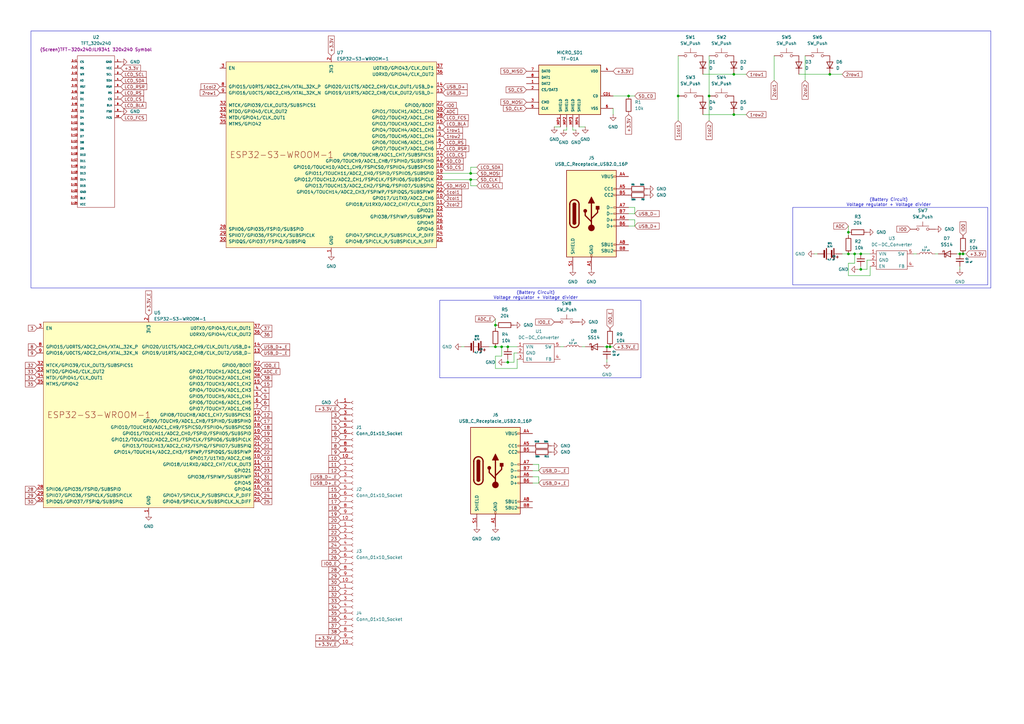
<source format=kicad_sch>
(kicad_sch (version 20231120) (generator "eeschema") (generator_version "8.0")
  (paper "A3")
  (junction (at 300.99 30.48))
  (junction (at 193.04 73.66))
  (junction (at 394.97 104.14))
  (junction (at 290.83 39.37))
  (junction (at 208.28 142.24))
  (junction (at 203.2 133.35))
  (junction (at 193.04 71.12))
  (junction (at 203.2 142.24))
  (junction (at 257.81 39.37))
  (junction (at 347.98 95.25))
  (junction (at 353.06 104.14))
  (junction (at 250.19 142.24))
  (junction (at 340.36 30.48))
  (junction (at 353.06 110.49))
  (junction (at 205.74 142.24))
  (junction (at 393.7 104.14))
  (junction (at 208.28 148.59))
  (junction (at 278.13 39.37))
  (junction (at 300.99 46.99))
  (junction (at 350.52 104.14))
  (junction (at 248.92 142.24))
  (junction (at 347.98 104.14))
  (wire (pts (xy 212.09 151.13) (xy 212.09 147.32)))
  (wire (pts (xy 260.35 90.17) (xy 260.35 92.71)))
  (wire (pts (xy 300.99 30.48) (xy 306.07 30.48)))
  (wire (pts (xy 203.2 151.13) (xy 212.09 151.13)))
  (wire (pts (xy 247.65 142.24) (xy 248.92 142.24)))
  (wire (pts (xy 250.19 142.24) (xy 248.92 142.24)))
  (wire (pts (xy 220.98 195.58) (xy 220.98 198.12)))
  (wire (pts (xy 257.81 39.37) (xy 251.46 39.37)))
  (wire (pts (xy 355.6 110.49) (xy 355.6 106.68)))
  (wire (pts (xy 396.24 104.14) (xy 394.97 104.14)))
  (wire (pts (xy 203.2 146.05) (xy 203.2 151.13)))
  (wire (pts (xy 347.98 95.25) (xy 347.98 96.52)))
  (wire (pts (xy 353.06 104.14) (xy 356.87 104.14)))
  (wire (pts (xy 227.33 52.07) (xy 229.87 52.07)))
  (wire (pts (xy 203.2 133.35) (xy 203.2 134.62)))
  (wire (pts (xy 218.44 193.04) (xy 220.98 193.04)))
  (wire (pts (xy 200.66 142.24) (xy 203.2 142.24)))
  (wire (pts (xy 234.95 53.34) (xy 236.22 53.34)))
  (wire (pts (xy 207.01 148.59) (xy 208.28 148.59)))
  (wire (pts (xy 193.04 76.2) (xy 193.04 73.66)))
  (wire (pts (xy 208.28 142.24) (xy 212.09 142.24)))
  (wire (pts (xy 350.52 104.14) (xy 350.52 107.95)))
  (wire (pts (xy 195.58 71.12) (xy 193.04 71.12)))
  (wire (pts (xy 205.74 146.05) (xy 203.2 146.05)))
  (wire (pts (xy 220.98 198.12) (xy 218.44 198.12)))
  (wire (pts (xy 330.2 33.02) (xy 330.2 22.86)))
  (wire (pts (xy 278.13 22.86) (xy 278.13 39.37)))
  (wire (pts (xy 193.04 73.66) (xy 195.58 73.66)))
  (wire (pts (xy 231.14 53.34) (xy 232.41 53.34)))
  (wire (pts (xy 238.76 142.24) (xy 240.03 142.24)))
  (wire (pts (xy 193.04 71.12) (xy 181.61 71.12)))
  (wire (pts (xy 203.2 142.24) (xy 205.74 142.24)))
  (wire (pts (xy 260.35 87.63) (xy 260.35 85.09)))
  (wire (pts (xy 278.13 49.53) (xy 278.13 39.37)))
  (wire (pts (xy 210.82 148.59) (xy 210.82 144.78)))
  (wire (pts (xy 374.65 104.14) (xy 375.92 104.14)))
  (wire (pts (xy 290.83 49.53) (xy 290.83 39.37)))
  (wire (pts (xy 347.98 113.03) (xy 356.87 113.03)))
  (wire (pts (xy 290.83 22.86) (xy 290.83 39.37)))
  (wire (pts (xy 220.98 190.5) (xy 218.44 190.5)))
  (wire (pts (xy 193.04 73.66) (xy 181.61 73.66)))
  (wire (pts (xy 229.87 142.24) (xy 231.14 142.24)))
  (wire (pts (xy 327.66 30.48) (xy 340.36 30.48)))
  (wire (pts (xy 345.44 104.14) (xy 347.98 104.14)))
  (wire (pts (xy 210.82 144.78) (xy 212.09 144.78)))
  (wire (pts (xy 193.04 71.12) (xy 193.04 68.58)))
  (wire (pts (xy 351.79 110.49) (xy 353.06 110.49)))
  (wire (pts (xy 234.95 52.07) (xy 234.95 53.34)))
  (wire (pts (xy 251.46 46.99) (xy 251.46 44.45)))
  (wire (pts (xy 355.6 106.68) (xy 356.87 106.68)))
  (wire (pts (xy 393.7 110.49) (xy 393.7 109.22)))
  (wire (pts (xy 347.98 107.95) (xy 347.98 113.03)))
  (wire (pts (xy 394.97 104.14) (xy 393.7 104.14)))
  (wire (pts (xy 193.04 68.58) (xy 195.58 68.58)))
  (wire (pts (xy 353.06 110.49) (xy 355.6 110.49)))
  (wire (pts (xy 340.36 30.48) (xy 345.44 30.48)))
  (wire (pts (xy 350.52 104.14) (xy 353.06 104.14)))
  (wire (pts (xy 334.01 104.14) (xy 335.28 104.14)))
  (wire (pts (xy 260.35 39.37) (xy 257.81 39.37)))
  (wire (pts (xy 195.58 76.2) (xy 193.04 76.2)))
  (wire (pts (xy 383.54 104.14) (xy 384.81 104.14)))
  (wire (pts (xy 353.06 110.49) (xy 353.06 109.22)))
  (wire (pts (xy 218.44 195.58) (xy 220.98 195.58)))
  (wire (pts (xy 232.41 53.34) (xy 232.41 52.07)))
  (wire (pts (xy 203.2 130.81) (xy 203.2 133.35)))
  (wire (pts (xy 251.46 142.24) (xy 250.19 142.24)))
  (wire (pts (xy 356.87 113.03) (xy 356.87 109.22)))
  (wire (pts (xy 248.92 148.59) (xy 248.92 147.32)))
  (wire (pts (xy 189.23 142.24) (xy 190.5 142.24)))
  (wire (pts (xy 257.81 87.63) (xy 260.35 87.63)))
  (wire (pts (xy 288.29 46.99) (xy 300.99 46.99)))
  (wire (pts (xy 347.98 104.14) (xy 350.52 104.14)))
  (wire (pts (xy 208.28 148.59) (xy 210.82 148.59)))
  (wire (pts (xy 237.49 52.07) (xy 240.03 52.07)))
  (wire (pts (xy 317.5 33.02) (xy 317.5 22.86)))
  (wire (pts (xy 392.43 104.14) (xy 393.7 104.14)))
  (wire (pts (xy 260.35 92.71) (xy 257.81 92.71)))
  (wire (pts (xy 350.52 107.95) (xy 347.98 107.95)))
  (wire (pts (xy 288.29 30.48) (xy 300.99 30.48)))
  (wire (pts (xy 205.74 142.24) (xy 205.74 146.05)))
  (wire (pts (xy 205.74 142.24) (xy 208.28 142.24)))
  (wire (pts (xy 257.81 90.17) (xy 260.35 90.17)))
  (wire (pts (xy 347.98 92.71) (xy 347.98 95.25)))
  (wire (pts (xy 300.99 46.99) (xy 306.07 46.99)))
  (wire (pts (xy 220.98 193.04) (xy 220.98 190.5)))
  (wire (pts (xy 208.28 148.59) (xy 208.28 147.32)))
  (wire (pts (xy 260.35 85.09) (xy 257.81 85.09)))
  (rectangle (start 325.12 85.09) (end 405.13 116.84))
  (rectangle (start 180.34 123.19) (end 262.89 154.94))
  (rectangle (start 12.7 12.7) (end 406.4 118.11))
  (text "(Battery Circuit)\nVoltage regulator + Voltage divider" (at 219.71 121.158 0) (effects (font (size 1.27 1.27))))
  (text "(Battery Circuit)\nVoltage regulator + Voltage divider" (at 364.49 83.058 0) (effects (font (size 1.27 1.27))))
  (global_label "17" (shape input) (at 139.7 205.74 180) (property "Intersheetrefs" "${INTERSHEET_REFS}" (effects (hide yes))))
  (global_label "2col2" (shape input) (at 181.61 83.82 0) (property "Intersheetrefs" "${INTERSHEET_REFS}" (effects (hide yes))))
  (global_label "SD_CS" (shape input) (at 181.61 68.58 0) (property "Intersheetrefs" "${INTERSHEET_REFS}" (effects (hide yes))))
  (global_label "12" (shape input) (at 139.7 193.04 180) (property "Intersheetrefs" "${INTERSHEET_REFS}" (effects (hide yes))))
  (global_label "24" (shape input) (at 106.68 203.2 0) (property "Intersheetrefs" "${INTERSHEET_REFS}" (effects (hide yes))))
  (global_label "18" (shape input) (at 139.7 208.28 180) (property "Intersheetrefs" "${INTERSHEET_REFS}" (effects (hide yes))))
  (global_label "USB_D-_E" (shape input) (at 106.68 144.78 0) (property "Intersheetrefs" "${INTERSHEET_REFS}" (effects (hide yes))))
  (global_label "28" (shape input) (at 15.24 200.66 180) (property "Intersheetrefs" "${INTERSHEET_REFS}" (effects (hide yes))))
  (global_label "2col2" (shape input) (at 330.2 33.02 270) (property "Intersheetrefs" "${INTERSHEET_REFS}" (effects (hide yes))))
  (global_label "1col2" (shape input) (at 90.17 35.56 180) (property "Intersheetrefs" "${INTERSHEET_REFS}" (effects (hide yes))))
  (global_label "+3.3V" (shape input) (at 396.24 104.14 0) (property "Intersheetrefs" "${INTERSHEET_REFS}" (effects (hide yes))))
  (global_label "23" (shape input) (at 139.7 220.98 180) (property "Intersheetrefs" "${INTERSHEET_REFS}" (effects (hide yes))))
  (global_label "8" (shape input) (at 139.7 182.88 180) (property "Intersheetrefs" "${INTERSHEET_REFS}" (effects (hide yes))))
  (global_label "28" (shape input) (at 139.7 233.68 180) (property "Intersheetrefs" "${INTERSHEET_REFS}" (effects (hide yes))))
  (global_label "1col2" (shape input) (at 290.83 49.53 270) (property "Intersheetrefs" "${INTERSHEET_REFS}" (effects (hide yes))))
  (global_label "LCD_SDA" (shape input) (at 49.53 33.02 0) (property "Intersheetrefs" "${INTERSHEET_REFS}" (effects (hide yes))))
  (global_label "SD_CS" (shape input) (at 215.9 36.83 180) (property "Intersheetrefs" "${INTERSHEET_REFS}" (effects (hide yes))))
  (global_label "ADC_E" (shape input) (at 203.2 130.81 180) (property "Intersheetrefs" "${INTERSHEET_REFS}" (effects (hide yes))))
  (global_label "9" (shape input) (at 15.24 144.78 180) (property "Intersheetrefs" "${INTERSHEET_REFS}" (effects (hide yes))))
  (global_label "21" (shape input) (at 139.7 215.9 180) (property "Intersheetrefs" "${INTERSHEET_REFS}" (effects (hide yes))))
  (global_label "1col1" (shape input) (at 181.61 78.74 0) (property "Intersheetrefs" "${INTERSHEET_REFS}" (effects (hide yes))))
  (global_label "20" (shape input) (at 106.68 180.34 0) (property "Intersheetrefs" "${INTERSHEET_REFS}" (effects (hide yes))))
  (global_label "ADC_E" (shape input) (at 106.68 152.4 0) (property "Intersheetrefs" "${INTERSHEET_REFS}" (effects (hide yes))))
  (global_label "LCD_SDA" (shape input) (at 195.58 68.58 0) (property "Intersheetrefs" "${INTERSHEET_REFS}" (effects (hide yes))))
  (global_label "15" (shape input) (at 106.68 157.48 0) (property "Intersheetrefs" "${INTERSHEET_REFS}" (effects (hide yes))))
  (global_label "30" (shape input) (at 139.7 238.76 180) (property "Intersheetrefs" "${INTERSHEET_REFS}" (effects (hide yes))))
  (global_label "35" (shape input) (at 139.7 251.46 180) (property "Intersheetrefs" "${INTERSHEET_REFS}" (effects (hide yes))))
  (global_label "+3.3V_E" (shape input) (at 139.7 264.16 180) (property "Intersheetrefs" "${INTERSHEET_REFS}" (effects (hide yes))))
  (global_label "15" (shape input) (at 139.7 200.66 180) (property "Intersheetrefs" "${INTERSHEET_REFS}" (effects (hide yes))))
  (global_label "+3.3V_E" (shape input) (at 139.7 261.62 180) (property "Intersheetrefs" "${INTERSHEET_REFS}" (effects (hide yes))))
  (global_label "6" (shape input) (at 139.7 177.8 180) (property "Intersheetrefs" "${INTERSHEET_REFS}" (effects (hide yes))))
  (global_label "LCD_BLA" (shape input) (at 49.53 43.18 0) (property "Intersheetrefs" "${INTERSHEET_REFS}" (effects (hide yes))))
  (global_label "USB_D+" (shape input) (at 181.61 35.56 0) (property "Intersheetrefs" "${INTERSHEET_REFS}" (effects (hide yes))))
  (global_label "LCD_FCS" (shape input) (at 49.53 48.26 0) (property "Intersheetrefs" "${INTERSHEET_REFS}" (effects (hide yes))))
  (global_label "USB_D+_E" (shape input) (at 220.98 198.12 0) (property "Intersheetrefs" "${INTERSHEET_REFS}" (effects (hide yes))))
  (global_label "LCD_RSR" (shape input) (at 181.61 60.96 0) (property "Intersheetrefs" "${INTERSHEET_REFS}" (effects (hide yes))))
  (global_label "11" (shape input) (at 139.7 190.5 180) (property "Intersheetrefs" "${INTERSHEET_REFS}" (effects (hide yes))))
  (global_label "4" (shape input) (at 139.7 172.72 180) (property "Intersheetrefs" "${INTERSHEET_REFS}" (effects (hide yes))))
  (global_label "IO0" (shape input) (at 181.61 43.18 0) (property "Intersheetrefs" "${INTERSHEET_REFS}" (effects (hide yes))))
  (global_label "23" (shape input) (at 106.68 193.04 0) (property "Intersheetrefs" "${INTERSHEET_REFS}" (effects (hide yes))))
  (global_label "USB_D+_E" (shape input) (at 139.7 198.12 180) (property "Intersheetrefs" "${INTERSHEET_REFS}" (effects (hide yes))))
  (global_label "26" (shape input) (at 139.7 228.6 180) (property "Intersheetrefs" "${INTERSHEET_REFS}" (effects (hide yes))))
  (global_label "25" (shape input) (at 106.68 205.74 0) (property "Intersheetrefs" "${INTERSHEET_REFS}" (effects (hide yes))))
  (global_label "2row1" (shape input) (at 345.44 30.48 0) (property "Intersheetrefs" "${INTERSHEET_REFS}" (effects (hide yes))))
  (global_label "38" (shape input) (at 106.68 154.94 0) (property "Intersheetrefs" "${INTERSHEET_REFS}" (effects (hide yes))))
  (global_label "16" (shape input) (at 106.68 200.66 0) (property "Intersheetrefs" "${INTERSHEET_REFS}" (effects (hide yes))))
  (global_label "+3.3V_E" (shape input) (at 139.7 167.64 180) (property "Intersheetrefs" "${INTERSHEET_REFS}" (effects (hide yes))))
  (global_label "11" (shape input) (at 106.68 190.5 0) (property "Intersheetrefs" "${INTERSHEET_REFS}" (effects (hide yes))))
  (global_label "1col1" (shape input) (at 278.13 49.53 270) (property "Intersheetrefs" "${INTERSHEET_REFS}" (effects (hide yes))))
  (global_label "25" (shape input) (at 139.7 226.06 180) (property "Intersheetrefs" "${INTERSHEET_REFS}" (effects (hide yes))))
  (global_label "SD_MISO" (shape input) (at 215.9 29.21 180) (property "Intersheetrefs" "${INTERSHEET_REFS}" (effects (hide yes))))
  (global_label "+3.3V" (shape input) (at 49.53 27.94 0) (property "Intersheetrefs" "${INTERSHEET_REFS}" (effects (hide yes))))
  (global_label "IO0_E" (shape input) (at 106.68 149.86 0) (property "Intersheetrefs" "${INTERSHEET_REFS}" (effects (hide yes))))
  (global_label "38" (shape input) (at 139.7 259.08 180) (property "Intersheetrefs" "${INTERSHEET_REFS}" (effects (hide yes))))
  (global_label "5" (shape input) (at 139.7 175.26 180) (property "Intersheetrefs" "${INTERSHEET_REFS}" (effects (hide yes))))
  (global_label "37" (shape input) (at 106.68 134.62 0) (property "Intersheetrefs" "${INTERSHEET_REFS}" (effects (hide yes))))
  (global_label "SD_CD" (shape input) (at 181.61 66.04 0) (property "Intersheetrefs" "${INTERSHEET_REFS}" (effects (hide yes))))
  (global_label "LCD_CS" (shape input) (at 181.61 63.5 0) (property "Intersheetrefs" "${INTERSHEET_REFS}" (effects (hide yes))))
  (global_label "IO0" (shape input) (at 373.38 93.98 180) (property "Intersheetrefs" "${INTERSHEET_REFS}" (effects (hide yes))))
  (global_label "10" (shape input) (at 139.7 187.96 180) (property "Intersheetrefs" "${INTERSHEET_REFS}" (effects (hide yes))))
  (global_label "USB_D-" (shape input) (at 260.35 87.63 0) (property "Intersheetrefs" "${INTERSHEET_REFS}" (effects (hide yes))))
  (global_label "1row1" (shape input) (at 181.61 53.34 0) (property "Intersheetrefs" "${INTERSHEET_REFS}" (effects (hide yes))))
  (global_label "SD_CLK" (shape input) (at 195.58 73.66 0) (property "Intersheetrefs" "${INTERSHEET_REFS}" (effects (hide yes))))
  (global_label "29" (shape input) (at 15.24 203.2 180) (property "Intersheetrefs" "${INTERSHEET_REFS}" (effects (hide yes))))
  (global_label "12" (shape input) (at 106.68 170.18 0) (property "Intersheetrefs" "${INTERSHEET_REFS}" (effects (hide yes))))
  (global_label "USB_D-" (shape input) (at 181.61 38.1 0) (property "Intersheetrefs" "${INTERSHEET_REFS}" (effects (hide yes))))
  (global_label "+3.3V_E" (shape input) (at 251.46 142.24 0) (property "Intersheetrefs" "${INTERSHEET_REFS}" (effects (hide yes))))
  (global_label "IO0_E" (shape input) (at 250.19 134.62 90) (property "Intersheetrefs" "${INTERSHEET_REFS}" (effects (hide yes))))
  (global_label "LCD_RS" (shape input) (at 49.53 38.1 0) (property "Intersheetrefs" "${INTERSHEET_REFS}" (effects (hide yes))))
  (global_label "LCD_RS" (shape input) (at 181.61 58.42 0) (property "Intersheetrefs" "${INTERSHEET_REFS}" (effects (hide yes))))
  (global_label "9" (shape input) (at 139.7 185.42 180) (property "Intersheetrefs" "${INTERSHEET_REFS}" (effects (hide yes))))
  (global_label "3" (shape input) (at 139.7 170.18 180) (property "Intersheetrefs" "${INTERSHEET_REFS}" (effects (hide yes))))
  (global_label "2col1" (shape input) (at 317.5 33.02 270) (property "Intersheetrefs" "${INTERSHEET_REFS}" (effects (hide yes))))
  (global_label "30" (shape input) (at 15.24 205.74 180) (property "Intersheetrefs" "${INTERSHEET_REFS}" (effects (hide yes))))
  (global_label "17" (shape input) (at 106.68 172.72 0) (property "Intersheetrefs" "${INTERSHEET_REFS}" (effects (hide yes))))
  (global_label "18" (shape input) (at 106.68 175.26 0) (property "Intersheetrefs" "${INTERSHEET_REFS}" (effects (hide yes))))
  (global_label "31" (shape input) (at 139.7 241.3 180) (property "Intersheetrefs" "${INTERSHEET_REFS}" (effects (hide yes))))
  (global_label "16" (shape input) (at 139.7 203.2 180) (property "Intersheetrefs" "${INTERSHEET_REFS}" (effects (hide yes))))
  (global_label "32" (shape input) (at 15.24 149.86 180) (property "Intersheetrefs" "${INTERSHEET_REFS}" (effects (hide yes))))
  (global_label "2col1" (shape input) (at 181.61 81.28 0) (property "Intersheetrefs" "${INTERSHEET_REFS}" (effects (hide yes))))
  (global_label "36" (shape input) (at 106.68 137.16 0) (property "Intersheetrefs" "${INTERSHEET_REFS}" (effects (hide yes))))
  (global_label "31" (shape input) (at 106.68 195.58 0) (property "Intersheetrefs" "${INTERSHEET_REFS}" (effects (hide yes))))
  (global_label "SD_MOSI" (shape input) (at 215.9 41.91 180) (property "Intersheetrefs" "${INTERSHEET_REFS}" (effects (hide yes))))
  (global_label "7" (shape input) (at 139.7 180.34 180) (property "Intersheetrefs" "${INTERSHEET_REFS}" (effects (hide yes))))
  (global_label "LCD_RSR" (shape input) (at 49.53 35.56 0) (property "Intersheetrefs" "${INTERSHEET_REFS}" (effects (hide yes))))
  (global_label "33" (shape input) (at 139.7 246.38 180) (property "Intersheetrefs" "${INTERSHEET_REFS}" (effects (hide yes))))
  (global_label "3" (shape input) (at 15.24 134.62 180) (property "Intersheetrefs" "${INTERSHEET_REFS}" (effects (hide yes))))
  (global_label "19" (shape input) (at 106.68 177.8 0) (property "Intersheetrefs" "${INTERSHEET_REFS}" (effects (hide yes))))
  (global_label "LCD_FCS" (shape input) (at 181.61 48.26 0) (property "Intersheetrefs" "${INTERSHEET_REFS}" (effects (hide yes))))
  (global_label "26" (shape input) (at 106.68 198.12 0) (property "Intersheetrefs" "${INTERSHEET_REFS}" (effects (hide yes))))
  (global_label "+3.3V" (shape input) (at 135.89 22.86 90) (property "Intersheetrefs" "${INTERSHEET_REFS}" (effects (hide yes))))
  (global_label "LCD_CS" (shape input) (at 49.53 40.64 0) (property "Intersheetrefs" "${INTERSHEET_REFS}" (effects (hide yes))))
  (global_label "34" (shape input) (at 139.7 248.92 180) (property "Intersheetrefs" "${INTERSHEET_REFS}" (effects (hide yes))))
  (global_label "+3.3V" (shape input) (at 257.81 46.99 270) (property "Intersheetrefs" "${INTERSHEET_REFS}" (effects (hide yes))))
  (global_label "7" (shape input) (at 106.68 167.64 0) (property "Intersheetrefs" "${INTERSHEET_REFS}" (effects (hide yes))))
  (global_label "22" (shape input) (at 139.7 218.44 180) (property "Intersheetrefs" "${INTERSHEET_REFS}" (effects (hide yes))))
  (global_label "34" (shape input) (at 15.24 154.94 180) (property "Intersheetrefs" "${INTERSHEET_REFS}" (effects (hide yes))))
  (global_label "USB_D+" (shape input) (at 260.35 92.71 0) (property "Intersheetrefs" "${INTERSHEET_REFS}" (effects (hide yes))))
  (global_label "SD_CD" (shape input) (at 260.35 39.37 0) (property "Intersheetrefs" "${INTERSHEET_REFS}" (effects (hide yes))))
  (global_label "+3.3V" (shape input) (at 251.46 29.21 0) (property "Intersheetrefs" "${INTERSHEET_REFS}" (effects (hide yes))))
  (global_label "22" (shape input) (at 106.68 185.42 0) (property "Intersheetrefs" "${INTERSHEET_REFS}" (effects (hide yes))))
  (global_label "2row1" (shape input) (at 90.17 38.1 180) (property "Intersheetrefs" "${INTERSHEET_REFS}" (effects (hide yes))))
  (global_label "LCD_BLA" (shape input) (at 181.61 50.8 0) (property "Intersheetrefs" "${INTERSHEET_REFS}" (effects (hide yes))))
  (global_label "USB_D+_E" (shape input) (at 106.68 142.24 0) (property "Intersheetrefs" "${INTERSHEET_REFS}" (effects (hide yes))))
  (global_label "8" (shape input) (at 15.24 142.24 180) (property "Intersheetrefs" "${INTERSHEET_REFS}" (effects (hide yes))))
  (global_label "21" (shape input) (at 106.68 182.88 0) (property "Intersheetrefs" "${INTERSHEET_REFS}" (effects (hide yes))))
  (global_label "1row1" (shape input) (at 306.07 30.48 0) (property "Intersheetrefs" "${INTERSHEET_REFS}" (effects (hide yes))))
  (global_label "SD_MOSI" (shape input) (at 195.58 71.12 0) (property "Intersheetrefs" "${INTERSHEET_REFS}" (effects (hide yes))))
  (global_label "1row2" (shape input) (at 181.61 55.88 0) (property "Intersheetrefs" "${INTERSHEET_REFS}" (effects (hide yes))))
  (global_label "24" (shape input) (at 139.7 223.52 180) (property "Intersheetrefs" "${INTERSHEET_REFS}" (effects (hide yes))))
  (global_label "35" (shape input) (at 15.24 157.48 180) (property "Intersheetrefs" "${INTERSHEET_REFS}" (effects (hide yes))))
  (global_label "36" (shape input) (at 139.7 254 180) (property "Intersheetrefs" "${INTERSHEET_REFS}" (effects (hide yes))))
  (global_label "5" (shape input) (at 106.68 162.56 0) (property "Intersheetrefs" "${INTERSHEET_REFS}" (effects (hide yes))))
  (global_label "LCD_SCL" (shape input) (at 195.58 76.2 0) (property "Intersheetrefs" "${INTERSHEET_REFS}" (effects (hide yes))))
  (global_label "IO0" (shape input) (at 394.97 96.52 90) (property "Intersheetrefs" "${INTERSHEET_REFS}" (effects (hide yes))))
  (global_label "1row2" (shape input) (at 306.07 46.99 0) (property "Intersheetrefs" "${INTERSHEET_REFS}" (effects (hide yes))))
  (global_label "IO0_E" (shape input) (at 139.7 231.14 180) (property "Intersheetrefs" "${INTERSHEET_REFS}" (effects (hide yes))))
  (global_label "19" (shape input) (at 139.7 210.82 180) (property "Intersheetrefs" "${INTERSHEET_REFS}" (effects (hide yes))))
  (global_label "LCD_SCL" (shape input) (at 49.53 30.48 0) (property "Intersheetrefs" "${INTERSHEET_REFS}" (effects (hide yes))))
  (global_label "ADC" (shape input) (at 181.61 45.72 0) (property "Intersheetrefs" "${INTERSHEET_REFS}" (effects (hide yes))))
  (global_label "SD_MISO" (shape input) (at 181.61 76.2 0) (property "Intersheetrefs" "${INTERSHEET_REFS}" (effects (hide yes))))
  (global_label "+3.3V_E" (shape input) (at 60.96 129.54 90) (property "Intersheetrefs" "${INTERSHEET_REFS}" (effects (hide yes))))
  (global_label "29" (shape input) (at 139.7 236.22 180) (property "Intersheetrefs" "${INTERSHEET_REFS}" (effects (hide yes))))
  (global_label "32" (shape input) (at 139.7 243.84 180) (property "Intersheetrefs" "${INTERSHEET_REFS}" (effects (hide yes))))
  (global_label "37" (shape input) (at 139.7 256.54 180) (property "Intersheetrefs" "${INTERSHEET_REFS}" (effects (hide yes))))
  (global_label "ADC" (shape input) (at 347.98 92.71 180) (property "Intersheetrefs" "${INTERSHEET_REFS}" (effects (hide yes))))
  (global_label "33" (shape input) (at 15.24 152.4 180) (property "Intersheetrefs" "${INTERSHEET_REFS}" (effects (hide yes))))
  (global_label "4" (shape input) (at 106.68 160.02 0) (property "Intersheetrefs" "${INTERSHEET_REFS}" (effects (hide yes))))
  (global_label "SD_CLK" (shape input) (at 215.9 44.45 180) (property "Intersheetrefs" "${INTERSHEET_REFS}" (effects (hide yes))))
  (global_label "6" (shape input) (at 106.68 165.1 0) (property "Intersheetrefs" "${INTERSHEET_REFS}" (effects (hide yes))))
  (global_label "USB_D-_E" (shape input) (at 139.7 195.58 180) (property "Intersheetrefs" "${INTERSHEET_REFS}" (effects (hide yes))))
  (global_label "20" (shape input) (at 139.7 213.36 180) (property "Intersheetrefs" "${INTERSHEET_REFS}" (effects (hide yes))))
  (global_label "IO0_E" (shape input) (at 227.33 132.08 180) (property "Intersheetrefs" "${INTERSHEET_REFS}" (effects (hide yes))))
  (global_label "10" (shape input) (at 106.68 187.96 0) (property "Intersheetrefs" "${INTERSHEET_REFS}" (effects (hide yes))))
  (global_label "USB_D-_E" (shape input) (at 220.98 193.04 0) (property "Intersheetrefs" "${INTERSHEET_REFS}" (effects (hide yes))))
  (symbol (lib_id "Device:R") (at 351.79 95.25 270) (unit 1)
    (property "Reference" "R3" (at 351.79 88.9 90))
    (property "Value" "20k" (at 351.79 91.44 90))
    (property "Footprint" "(10kΩ)RC0603FR 10K Footprint Symbol:RESC1607X60N" (effects (hide yes)))
    (property "Description" "Resistor" (effects (hide yes)))
  )
  (symbol (lib_id "Device:R") (at 222.25 182.88 270) (unit 1)
    (property "Reference" "R10" (at 220.218 181.102 90) (effects (font (size 0.635 0.635))))
    (property "Value" "56k" (at 224.028 181.102 90) (effects (font (size 0.635 0.635))))
    (property "Footprint" "(10kΩ)RC0603FR 10K Footprint Symbol:RESC1607X60N" (effects (hide yes)))
    (property "Description" "Resistor" (effects (hide yes)))
  )
  (symbol (lib_id "power:GND") (at 351.79 110.49 270) (unit 1)
    (property "Reference" "#PWR013" (effects (hide yes)))
    (property "Value" "GND" (at 347.98 110.4899 90) (effects (justify right)))
    (property "Description" "Power symbol creates a global label with name \"GND\" , ground" (effects (hide yes)))
  )
  (symbol (lib_id "Switch:SW_Push") (at 335.28 22.86 0) (unit 1)
    (property "Reference" "SW6" (at 335.28 15.24 0))
    (property "Value" "SW_Push" (at 335.28 17.78 0))
    (property "Footprint" "(Button)TS-1088 AR02016:SW_TS-1088-AR02016" (effects (hide yes)))
    (property "Description" "Push button switch, generic, two pins" (effects (hide yes)))
  )
  (symbol (lib_id "Switch:SW_Push") (at 295.91 39.37 0) (unit 1)
    (property "Reference" "SW4" (at 295.91 31.75 0))
    (property "Value" "SW_Push" (at 295.91 34.29 0))
    (property "Footprint" "(Button)TS-1088 AR02016:SW_TS-1088-AR02016" (effects (hide yes)))
    (property "Description" "Push button switch, generic, two pins" (effects (hide yes)))
  )
  (symbol (lib_id "power:GND") (at 251.46 46.99 0) (unit 1)
    (property "Reference" "#PWR010" (effects (hide yes)))
    (property "Value" "GND" (at 251.46 52.07 0))
    (property "Description" "Power symbol creates a global label with name \"GND\" , ground" (effects (hide yes)))
  )
  (symbol (lib_id "power:GND") (at 226.06 185.42 90) (unit 1)
    (property "Reference" "#PWR028" (effects (hide yes)))
    (property "Value" "GND" (at 229.87 185.4199 90) (effects (justify right)))
    (property "Description" "Power symbol creates a global label with name \"GND\" , ground" (effects (hide yes)))
  )
  (symbol (lib_id "power:GND") (at 49.53 25.4 90) (unit 1)
    (property "Reference" "#PWR04" (effects (hide yes)))
    (property "Value" "GND" (at 53.34 25.3999 90) (effects (justify right)))
    (property "Description" "Power symbol creates a global label with name \"GND\" , ground" (effects (hide yes)))
  )
  (symbol (lib_id "Connector:Conn_01x10_Socket") (at 144.78 175.26 0) (unit 1)
    (property "Reference" "J1" (at 146.05 175.2599 0) (effects (justify left)))
    (property "Value" "Conn_01x10_Socket" (at 146.05 177.7999 0) (effects (justify left)))
    (property "Footprint" "(1x10 conn):1x10 conn" (effects (hide yes)))
    (property "Description" "Generic connector, single row, 01x10, script generated" (effects (hide yes)))
  )
  (symbol (lib_id "power:GND") (at 265.43 80.01 90) (unit 1)
    (property "Reference" "#PWR022" (effects (hide yes)))
    (property "Value" "GND" (at 269.24 80.0099 90) (effects (justify right)))
    (property "Description" "Power symbol creates a global label with name \"GND\" , ground" (effects (hide yes)))
  )
  (symbol (lib_id "Device:L") (at 379.73 104.14 90) (unit 1)
    (property "Reference" "L1" (at 379.73 101.346 90) (effects (font (size 0.635 0.635))))
    (property "Value" "2.2 uH" (at 379.73 102.616 90) (effects (font (size 0.635 0.635))))
    (property "Footprint" "(Inductor)CDRH2D14NP-2R2NC:CDRH2D14NP-2R2NC" (effects (hide yes)))
    (property "Description" "Inductor" (effects (hide yes)))
  )
  (symbol (lib_id "power:GND") (at 203.2 215.9 0) (unit 1)
    (property "Reference" "#PWR026" (effects (hide yes)))
    (property "Value" "GND" (at 203.2 220.98 0))
    (property "Description" "Power symbol creates a global label with name \"GND\" , ground" (effects (hide yes)))
  )
  (symbol (lib_id "power:GND") (at 60.96 210.82 0) (unit 1)
    (property "Reference" "#PWR012" (effects (hide yes)))
    (property "Value" "GND" (at 60.96 215.9 0))
    (property "Description" "Power symbol creates a global label with name \"GND\" , ground" (effects (hide yes)))
  )
  (symbol (lib_id "power:GND") (at 207.01 148.59 270) (unit 1)
    (property "Reference" "#PWR03" (effects (hide yes)))
    (property "Value" "GND" (at 203.2 148.5899 90) (effects (justify right)))
    (property "Description" "Power symbol creates a global label with name \"GND\" , ground" (effects (hide yes)))
  )
  (symbol (lib_id "Connector:Conn_01x10_Socket") (at 144.78 226.06 0) (unit 1)
    (property "Reference" "J3" (at 146.05 226.0599 0) (effects (justify left)))
    (property "Value" "Conn_01x10_Socket" (at 146.05 228.5999 0) (effects (justify left)))
    (property "Footprint" "(1x10 conn):1x10 conn" (effects (hide yes)))
    (property "Description" "Generic connector, single row, 01x10, script generated" (effects (hide yes)))
  )
  (symbol (lib_id "PCM_Espressif:ESP32-S3-WROOM-1") (at 135.89 63.5 0) (unit 1)
    (property "Reference" "U7" (at 138.0841 21.59 0) (effects (justify left)))
    (property "Value" "ESP32-S3-WROOM-1" (at 138.0841 24.13 0) (effects (justify left)))
    (property "Footprint" "PCM_Espressif:ESP32-S3-WROOM-1" (effects (hide yes)))
    (property "Datasheet" "https://www.espressif.com/sites/default/files/documentation/esp32-s3-wroom-1_wroom-1u_datasheet_en.pdf" (effects (hide yes)))
    (property "Description" "2.4 GHz WiFi (802.11 b/g/n) and Bluetooth ® 5 (LE) module Built around ESP32S3 series of SoCs, Xtensa ® dualcore 32bit LX7 microprocessor Flash up to 16 MB, PSRAM up to 8 MB 36 GPIOs, rich set of peripherals Onboard PCB antenna" (effects (hide yes)))
  )
  (symbol (lib_id "Device:R") (at 257.81 43.18 0) (unit 1)
    (property "Reference" "R1" (at 260.35 41.9099 0) (effects (justify left)))
    (property "Value" "10k" (at 260.35 44.4499 0) (effects (justify left)))
    (property "Footprint" "(10kΩ)RC0603FR 10K Footprint Symbol:RESC1607X60N" (effects (hide yes)))
    (property "Description" "Resistor" (effects (hide yes)))
  )
  (symbol (lib_id "Device:R") (at 250.19 138.43 0) (unit 1)
    (property "Reference" "R9" (at 252.73 137.1599 0) (effects (justify left)))
    (property "Value" "10k" (at 252.73 139.6999 0) (effects (justify left)))
    (property "Footprint" "(10kΩ)RC0603FR 10K Footprint Symbol:RESC1607X60N" (effects (hide yes)))
    (property "Description" "Resistor" (effects (hide yes)))
  )
  (symbol (lib_id "Connector:USB_C_Receptacle_USB2.0_16P") (at 242.57 87.63 0) (unit 1)
    (property "Reference" "J5" (at 242.57 64.77 0))
    (property "Value" "USB_C_Receptacle_USB2.0_16P" (at 242.57 67.31 0))
    (property "Footprint" "Connector_USB:USB_C_Receptacle_HCTL_HC-TYPE-C-16P-01A" (effects (hide yes)))
    (property "Datasheet" "https://www.usb.org/sites/default/files/documents/usb_type-c.zip" (effects (hide yes)))
    (property "Description" "USB 2.0-only 16P Type-C Receptacle connector" (effects (hide yes)))
  )
  (symbol (lib_id "power:GND") (at 355.6 95.25 90) (unit 1)
    (property "Reference" "#PWR018" (effects (hide yes)))
    (property "Value" "GND" (at 359.41 95.2499 90) (effects (justify right)))
    (property "Description" "Power symbol creates a global label with name \"GND\" , ground" (effects (hide yes)))
  )
  (symbol (lib_id "LM3671MF-3.3_NOPB:DC-DC_Converter") (at 365.76 102.87 0) (unit 1)
    (property "Reference" "U3" (at 365.76 97.79 0))
    (property "Value" "DC-DC_Converter" (at 365.76 100.33 0))
    (property "Footprint" "(DC-DC)LM3671MF-3.3_NOPB.kicad_sym:DC-DC_Converter" (effects (hide yes)))
  )
  (symbol (lib_id "Device:D") (at 288.29 43.18 90) (unit 1)
    (property "Reference" "D4" (at 290.83 41.9099 90) (effects (justify right)))
    (property "Value" "D" (at 290.83 44.4499 90) (effects (justify right)))
    (property "Footprint" "(Diodes)ST(Semtech) 1N4148W:ST(Semtech) 1N4148W" (effects (hide yes)))
    (property "Description" "Diode" (effects (hide yes)))
    (property "Sim.Device" "D" (effects (hide yes)))
    (property "Sim.Pins" "1=K 2=A" (effects (hide yes)))
  )
  (symbol (lib_id "power:GND") (at 240.03 52.07 0) (unit 1)
    (property "Reference" "#PWR08" (effects (hide yes)))
    (property "Value" "GND" (at 240.03 57.15 0))
    (property "Description" "Power symbol creates a global label with name \"GND\" , ground" (effects (hide yes)))
  )
  (symbol (lib_id "power:GND") (at 393.7 110.49 0) (unit 1)
    (property "Reference" "#PWR014" (effects (hide yes)))
    (property "Value" "GND" (at 393.7 115.57 0))
    (property "Description" "Power symbol creates a global label with name \"GND\" , ground" (effects (hide yes)))
  )
  (symbol (lib_id "power:GND") (at 248.92 148.59 0) (unit 1)
    (property "Reference" "#PWR011" (effects (hide yes)))
    (property "Value" "GND" (at 248.92 153.67 0))
    (property "Description" "Power symbol creates a global label with name \"GND\" , ground" (effects (hide yes)))
  )
  (symbol (lib_id "Switch:SW_Push") (at 295.91 22.86 0) (unit 1)
    (property "Reference" "SW2" (at 295.91 15.24 0))
    (property "Value" "SW_Push" (at 295.91 17.78 0))
    (property "Footprint" "(Button)TS-1088 AR02016:SW_TS-1088-AR02016" (effects (hide yes)))
    (property "Description" "Push button switch, generic, two pins" (effects (hide yes)))
  )
  (symbol (lib_id "Device:C_Small") (at 353.06 106.68 0) (unit 1)
    (property "Reference" "C2" (at 341.376 105.156 0) (effects (font (size 0.635 0.635)) (justify left)))
    (property "Value" "4.7 uF" (at 339.344 106.426 0) (effects (font (size 0.635 0.635)) (justify left)))
    (property "Footprint" "(4.7uF Cap)CL21A475KAQNNNE Footprint Symbol:CAPC2012X140N" (effects (hide yes)))
    (property "Description" "Unpolarized capacitor, small symbol" (effects (hide yes)))
  )
  (symbol (lib_id "Connector:Conn_01x10_Socket") (at 144.78 200.66 0) (unit 1)
    (property "Reference" "J2" (at 146.05 200.6599 0) (effects (justify left)))
    (property "Value" "Conn_01x10_Socket" (at 146.05 203.1999 0) (effects (justify left)))
    (property "Footprint" "(1x10 conn):1x10 conn" (effects (hide yes)))
    (property "Description" "Generic connector, single row, 01x10, script generated" (effects (hide yes)))
  )
  (symbol (lib_id "power:GND") (at 231.14 53.34 0) (unit 1)
    (property "Reference" "#PWR06" (effects (hide yes)))
    (property "Value" "GND" (at 231.14 58.42 0))
    (property "Description" "Power symbol creates a global label with name \"GND\" , ground" (effects (hide yes)))
  )
  (symbol (lib_id "Device:Battery") (at 195.58 142.24 270) (unit 1)
    (property "Reference" "BT2" (at 195.58 137.922 90) (effects (font (size 0.635 0.635))))
    (property "Value" "3.7V" (at 195.58 139.192 90) (effects (font (size 0.635 0.635))))
    (property "Footprint" "(Battery)BH-18650-B6AA002:BH-18650-B6AA002" (effects (hide yes)))
    (property "Description" "Multiple-cell battery" (effects (hide yes)))
  )
  (symbol (lib_id "Device:R") (at 207.01 133.35 270) (unit 1)
    (property "Reference" "R5" (at 207.01 127 90))
    (property "Value" "20k" (at 207.01 129.54 90))
    (property "Footprint" "(10kΩ)RC0603FR 10K Footprint Symbol:RESC1607X60N" (effects (hide yes)))
    (property "Description" "Resistor" (effects (hide yes)))
  )
  (symbol (lib_id "TF-01A:TF-01A") (at 233.68 36.83 0) (unit 1)
    (property "Reference" "MICRO_SD1" (at 233.68 21.59 0))
    (property "Value" "TF-01A" (at 233.68 24.13 0))
    (property "Footprint" "(SDReader)TF-01A Footprint Symbol:TF-01A" (effects (hide yes)))
    (property "MF" "HRO Electronics Co., Ltd." (effects (hide yes)))
    (property "Description_1" "\n                        \n                            Standard Card Edge Connectors\n                        \n" (effects (hide yes)))
    (property "Package" "Package" (effects (hide yes)))
    (property "Price" "None" (effects (hide yes)))
    (property "SnapEDA_Link" "https://www.snapeda.com/parts/TF-01A/HRO+Electronics+Co.%252C+Ltd./view-part/?ref=snap" (effects (hide yes)))
    (property "MP" "TF-01A" (effects (hide yes)))
    (property "Availability" "Not in stock" (effects (hide yes)))
    (property "Check_prices" "https://www.snapeda.com/parts/TF-01A/HRO+Electronics+Co.%252C+Ltd./view-part/?ref=eda" (effects (hide yes)))
  )
  (symbol (lib_id "Device:R") (at 222.25 185.42 90) (unit 1)
    (property "Reference" "R11" (at 224.282 187.198 90) (effects (font (size 0.635 0.635))))
    (property "Value" "56k" (at 220.472 187.198 90) (effects (font (size 0.635 0.635))))
    (property "Footprint" "(10kΩ)RC0603FR 10K Footprint Symbol:RESC1607X60N" (effects (hide yes)))
    (property "Description" "Resistor" (effects (hide yes)))
  )
  (symbol (lib_id "power:GND") (at 139.7 165.1 270) (unit 1)
    (property "Reference" "#PWR015" (effects (hide yes)))
    (property "Value" "GND" (at 135.89 165.0999 90) (effects (justify right)))
    (property "Description" "Power symbol creates a global label with name \"GND\" , ground" (effects (hide yes)))
  )
  (symbol (lib_id "power:GND") (at 135.89 104.14 0) (unit 1)
    (property "Reference" "#PWR01" (effects (hide yes)))
    (property "Value" "GND" (at 135.89 109.22 0))
    (property "Description" "Power symbol creates a global label with name \"GND\" , ground" (effects (hide yes)))
  )
  (symbol (lib_id "Device:L") (at 234.95 142.24 90) (unit 1)
    (property "Reference" "L2" (at 234.95 139.446 90) (effects (font (size 0.635 0.635))))
    (property "Value" "2.2 uH" (at 234.95 140.716 90) (effects (font (size 0.635 0.635))))
    (property "Footprint" "(Inductor)CDRH2D14NP-2R2NC:CDRH2D14NP-2R2NC" (effects (hide yes)))
    (property "Description" "Inductor" (effects (hide yes)))
  )
  (symbol (lib_id "Connector:USB_C_Receptacle_USB2.0_16P") (at 203.2 193.04 0) (unit 1)
    (property "Reference" "J6" (at 203.2 170.18 0))
    (property "Value" "USB_C_Receptacle_USB2.0_16P" (at 203.2 172.72 0))
    (property "Footprint" "Connector_USB:USB_C_Receptacle_HCTL_HC-TYPE-C-16P-01A" (effects (hide yes)))
    (property "Datasheet" "https://www.usb.org/sites/default/files/documents/usb_type-c.zip" (effects (hide yes)))
    (property "Description" "USB 2.0-only 16P Type-C Receptacle connector" (effects (hide yes)))
  )
  (symbol (lib_id "Device:D") (at 327.66 26.67 90) (unit 1)
    (property "Reference" "D3" (at 330.2 25.3999 90) (effects (justify right)))
    (property "Value" "D" (at 330.2 27.9399 90) (effects (justify right)))
    (property "Footprint" "(Diodes)ST(Semtech) 1N4148W:ST(Semtech) 1N4148W" (effects (hide yes)))
    (property "Description" "Diode" (effects (hide yes)))
    (property "Sim.Device" "D" (effects (hide yes)))
    (property "Sim.Pins" "1=K 2=A" (effects (hide yes)))
  )
  (symbol (lib_id "Diode:SS14") (at 388.62 104.14 0) (unit 1)
    (property "Reference" "D7" (at 388.3025 97.79 0))
    (property "Value" "SS14" (at 388.3025 100.33 0))
    (property "Footprint" "Diode_SMD:D_SMA" (effects (hide yes)))
    (property "Datasheet" "https://www.vishay.com/docs/88746/ss12.pdf" (effects (hide yes)))
    (property "Description" "40V 1A Schottky Diode, SMA" (effects (hide yes)))
  )
  (symbol (lib_id "Device:R") (at 261.62 80.01 90) (unit 1)
    (property "Reference" "R8" (at 263.652 81.788 90) (effects (font (size 0.635 0.635))))
    (property "Value" "56k" (at 259.842 81.788 90) (effects (font (size 0.635 0.635))))
    (property "Footprint" "(10kΩ)RC0603FR 10K Footprint Symbol:RESC1607X60N" (effects (hide yes)))
    (property "Description" "Resistor" (effects (hide yes)))
  )
  (symbol (lib_id "power:GND") (at 236.22 53.34 0) (unit 1)
    (property "Reference" "#PWR07" (effects (hide yes)))
    (property "Value" "GND" (at 236.22 58.42 0))
    (property "Description" "Power symbol creates a global label with name \"GND\" , ground" (effects (hide yes)))
  )
  (symbol (lib_id "Switch:SW_Push") (at 283.21 39.37 0) (unit 1)
    (property "Reference" "SW3" (at 283.21 31.75 0))
    (property "Value" "SW_Push" (at 283.21 34.29 0))
    (property "Footprint" "(Button)TS-1088 AR02016:SW_TS-1088-AR02016" (effects (hide yes)))
    (property "Description" "Push button switch, generic, two pins" (effects (hide yes)))
  )
  (symbol (lib_id "power:GND") (at 234.95 110.49 0) (unit 1)
    (property "Reference" "#PWR020" (effects (hide yes)))
    (property "Value" "GND" (at 234.95 115.57 0))
    (property "Description" "Power symbol creates a global label with name \"GND\" , ground" (effects (hide yes)))
  )
  (symbol (lib_id "power:GND") (at 237.49 132.08 90) (unit 1)
    (property "Reference" "#PWR024" (effects (hide yes)))
    (property "Value" "GND" (at 241.3 132.0799 90) (effects (justify right)))
    (property "Description" "Power symbol creates a global label with name \"GND\" , ground" (effects (hide yes)))
  )
  (symbol (lib_id "Device:C_Small") (at 393.7 106.68 0) (unit 1)
    (property "Reference" "C1" (at 395.986 106.172 0) (effects (font (size 0.635 0.635)) (justify left)))
    (property "Value" "10 uF" (at 395.986 107.442 0) (effects (font (size 0.635 0.635)) (justify left)))
    (property "Footprint" "(10uF Cap)CL21A106KAYNNNE Footprint Symbol by Samsung:CAPC2012X135N" (effects (hide yes)))
    (property "Description" "Unpolarized capacitor, small symbol" (effects (hide yes)))
  )
  (symbol (lib_id "power:GND") (at 242.57 110.49 0) (unit 1)
    (property "Reference" "#PWR017" (effects (hide yes)))
    (property "Value" "GND" (at 242.57 115.57 0))
    (property "Description" "Power symbol creates a global label with name \"GND\" , ground" (effects (hide yes)))
  )
  (symbol (lib_id "power:GND") (at 265.43 77.47 90) (unit 1)
    (property "Reference" "#PWR021" (effects (hide yes)))
    (property "Value" "GND" (at 269.24 77.4699 90) (effects (justify right)))
    (property "Description" "Power symbol creates a global label with name \"GND\" , ground" (effects (hide yes)))
  )
  (symbol (lib_id "Device:Battery") (at 340.36 104.14 270) (unit 1)
    (property "Reference" "BT1" (at 340.36 99.822 90) (effects (font (size 0.635 0.635))))
    (property "Value" "3.7V" (at 340.36 101.092 90) (effects (font (size 0.635 0.635))))
    (property "Footprint" "(Battery)BH-18650-B6AA002:BH-18650-B6AA002" (effects (hide yes)))
    (property "Description" "Multiple-cell battery" (effects (hide yes)))
  )
  (symbol (lib_id "ILI9341 320x240 Symbol:TFT_320x240") (at 39.37 60.96 0) (unit 1)
    (property "Reference" "U2" (at 39.37 15.24 0))
    (property "Value" "TFT_320x240" (at 39.37 17.78 0))
    (property "Footprint" "(Screen)TFT-320x240:ILI9341 320x240 Symbol" (at 39.37 20.32 0))
  )
  (symbol (lib_id "power:GND") (at 195.58 215.9 0) (unit 1)
    (property "Reference" "#PWR025" (effects (hide yes)))
    (property "Value" "GND" (at 195.58 220.98 0))
    (property "Description" "Power symbol creates a global label with name \"GND\" , ground" (effects (hide yes)))
  )
  (symbol (lib_id "Device:R") (at 203.2 138.43 0) (unit 1)
    (property "Reference" "R4" (at 205.74 137.1599 0) (effects (justify left)))
    (property "Value" "10k" (at 205.74 139.6999 0) (effects (justify left)))
    (property "Footprint" "(10kΩ)RC0603FR 10K Footprint Symbol:RESC1607X60N" (effects (hide yes)))
    (property "Description" "Resistor" (effects (hide yes)))
  )
  (symbol (lib_id "Device:D") (at 300.99 26.67 90) (unit 1)
    (property "Reference" "D2" (at 303.53 25.3999 90) (effects (justify right)))
    (property "Value" "D" (at 303.53 27.9399 90) (effects (justify right)))
    (property "Footprint" "(Diodes)ST(Semtech) 1N4148W:ST(Semtech) 1N4148W" (effects (hide yes)))
    (property "Description" "Diode" (effects (hide yes)))
    (property "Sim.Device" "D" (effects (hide yes)))
    (property "Sim.Pins" "1=K 2=A" (effects (hide yes)))
  )
  (symbol (lib_id "Switch:SW_Push") (at 378.46 93.98 0) (unit 1)
    (property "Reference" "SW7" (at 378.46 86.36 0))
    (property "Value" "SW_Push" (at 378.46 88.9 0))
    (property "Footprint" "(Button)TS-1088 AR02016:SW_TS-1088-AR02016" (effects (hide yes)))
    (property "Description" "Push button switch, generic, two pins" (effects (hide yes)))
  )
  (symbol (lib_id "power:GND") (at 210.82 133.35 90) (unit 1)
    (property "Reference" "#PWR05" (effects (hide yes)))
    (property "Value" "GND" (at 214.63 133.3499 90) (effects (justify right)))
    (property "Description" "Power symbol creates a global label with name \"GND\" , ground" (effects (hide yes)))
  )
  (symbol (lib_id "Switch:SW_Push") (at 322.58 22.86 0) (unit 1)
    (property "Reference" "SW5" (at 322.58 15.24 0))
    (property "Value" "SW_Push" (at 322.58 17.78 0))
    (property "Footprint" "(Button)TS-1088 AR02016:SW_TS-1088-AR02016" (effects (hide yes)))
    (property "Description" "Push button switch, generic, two pins" (effects (hide yes)))
  )
  (symbol (lib_id "Switch:SW_Push") (at 232.41 132.08 0) (unit 1)
    (property "Reference" "SW8" (at 232.41 124.46 0))
    (property "Value" "SW_Push" (at 232.41 127 0))
    (property "Footprint" "(Button)TS-1088 AR02016:SW_TS-1088-AR02016" (effects (hide yes)))
    (property "Description" "Push button switch, generic, two pins" (effects (hide yes)))
  )
  (symbol (lib_id "LM3671MF-3.3_NOPB:DC-DC_Converter") (at 220.98 140.97 0) (unit 1)
    (property "Reference" "U1" (at 220.98 135.89 0))
    (property "Value" "DC-DC_Converter" (at 220.98 138.43 0))
    (property "Footprint" "(DC-DC)LM3671MF-3.3_NOPB.kicad_sym:DC-DC_Converter" (effects (hide yes)))
  )
  (symbol (lib_id "Switch:SW_Push") (at 283.21 22.86 0) (unit 1)
    (property "Reference" "SW1" (at 283.21 15.24 0))
    (property "Value" "SW_Push" (at 283.21 17.78 0))
    (property "Footprint" "(Button)TS-1088 AR02016:SW_TS-1088-AR02016" (effects (hide yes)))
    (property "Description" "Push button switch, generic, two pins" (effects (hide yes)))
  )
  (symbol (lib_id "power:GND") (at 383.54 93.98 90) (unit 1)
    (property "Reference" "#PWR023" (effects (hide yes)))
    (property "Value" "GND" (at 387.35 93.9799 90) (effects (justify right)))
    (property "Description" "Power symbol creates a global label with name \"GND\" , ground" (effects (hide yes)))
  )
  (symbol (lib_id "Connector:Conn_01x10_Socket") (at 144.78 251.46 0) (unit 1)
    (property "Reference" "J4" (at 146.05 251.4599 0) (effects (justify left)))
    (property "Value" "Conn_01x10_Socket" (at 146.05 253.9999 0) (effects (justify left)))
    (property "Footprint" "(1x10 conn):1x10 conn" (effects (hide yes)))
    (property "Description" "Generic connector, single row, 01x10, script generated" (effects (hide yes)))
  )
  (symbol (lib_id "Device:R") (at 347.98 100.33 0) (unit 1)
    (property "Reference" "R2" (at 350.52 99.0599 0) (effects (justify left)))
    (property "Value" "10k" (at 350.52 101.5999 0) (effects (justify left)))
    (property "Footprint" "(10kΩ)RC0603FR 10K Footprint Symbol:RESC1607X60N" (effects (hide yes)))
    (property "Description" "Resistor" (effects (hide yes)))
  )
  (symbol (lib_id "power:GND") (at 189.23 142.24 270) (unit 1)
    (property "Reference" "#PWR02" (effects (hide yes)))
    (property "Value" "GND" (at 185.42 142.2399 90) (effects (justify right)))
    (property "Description" "Power symbol creates a global label with name \"GND\" , ground" (effects (hide yes)))
  )
  (symbol (lib_id "Device:D") (at 300.99 43.18 90) (unit 1)
    (property "Reference" "D5" (at 303.53 41.9099 90) (effects (justify right)))
    (property "Value" "D" (at 303.53 44.4499 90) (effects (justify right)))
    (property "Footprint" "(Diodes)ST(Semtech) 1N4148W:ST(Semtech) 1N4148W" (effects (hide yes)))
    (property "Description" "Diode" (effects (hide yes)))
    (property "Sim.Device" "D" (effects (hide yes)))
    (property "Sim.Pins" "1=K 2=A" (effects (hide yes)))
  )
  (symbol (lib_id "Device:D") (at 340.36 26.67 90) (unit 1)
    (property "Reference" "D6" (at 342.9 25.3999 90) (effects (justify right)))
    (property "Value" "D" (at 342.9 27.9399 90) (effects (justify right)))
    (property "Footprint" "(Diodes)ST(Semtech) 1N4148W:ST(Semtech) 1N4148W" (effects (hide yes)))
    (property "Description" "Diode" (effects (hide yes)))
    (property "Sim.Device" "D" (effects (hide yes)))
    (property "Sim.Pins" "1=K 2=A" (effects (hide yes)))
  )
  (symbol (lib_id "PCM_Espressif:ESP32-S3-WROOM-1") (at 60.96 170.18 0) (unit 1)
    (property "Reference" "U5" (at 63.1541 128.27 0) (effects (justify left)))
    (property "Value" "ESP32-S3-WROOM-1" (at 63.1541 130.81 0) (effects (justify left)))
    (property "Footprint" "PCM_Espressif:ESP32-S3-WROOM-1" (effects (hide yes)))
    (property "Datasheet" "https://www.espressif.com/sites/default/files/documentation/esp32-s3-wroom-1_wroom-1u_datasheet_en.pdf" (effects (hide yes)))
    (property "Description" "2.4 GHz WiFi (802.11 b/g/n) and Bluetooth ® 5 (LE) module Built around ESP32S3 series of SoCs, Xtensa ® dualcore 32bit LX7 microprocessor Flash up to 16 MB, PSRAM up to 8 MB 36 GPIOs, rich set of peripherals Onboard PCB antenna" (effects (hide yes)))
  )
  (symbol (lib_id "power:GND") (at 49.53 45.72 90) (unit 1)
    (property "Reference" "#PWR019" (effects (hide yes)))
    (property "Value" "GND" (at 53.34 45.7199 90) (effects (justify right)))
    (property "Description" "Power symbol creates a global label with name \"GND\" , ground" (effects (hide yes)))
  )
  (symbol (lib_id "Device:D") (at 288.29 26.67 90) (unit 1)
    (property "Reference" "D1" (at 290.83 25.3999 90) (effects (justify right)))
    (property "Value" "D" (at 290.83 27.9399 90) (effects (justify right)))
    (property "Footprint" "(Diodes)ST(Semtech) 1N4148W:ST(Semtech) 1N4148W" (effects (hide yes)))
    (property "Description" "Diode" (effects (hide yes)))
    (property "Sim.Device" "D" (effects (hide yes)))
    (property "Sim.Pins" "1=K 2=A" (effects (hide yes)))
  )
  (symbol (lib_id "Diode:SS14") (at 243.84 142.24 0) (unit 1)
    (property "Reference" "D8" (at 243.5225 135.89 0))
    (property "Value" "SS14" (at 243.5225 138.43 0))
    (property "Footprint" "Diode_SMD:D_SMA" (effects (hide yes)))
    (property "Datasheet" "https://www.vishay.com/docs/88746/ss12.pdf" (effects (hide yes)))
    (property "Description" "40V 1A Schottky Diode, SMA" (effects (hide yes)))
  )
  (symbol (lib_id "power:GND") (at 334.01 104.14 270) (unit 1)
    (property "Reference" "#PWR016" (effects (hide yes)))
    (property "Value" "GND" (at 330.2 104.1399 90) (effects (justify right)))
    (property "Description" "Power symbol creates a global label with name \"GND\" , ground" (effects (hide yes)))
  )
  (symbol (lib_id "power:GND") (at 226.06 182.88 90) (unit 1)
    (property "Reference" "#PWR027" (effects (hide yes)))
    (property "Value" "GND" (at 229.87 182.8799 90) (effects (justify right)))
    (property "Description" "Power symbol creates a global label with name \"GND\" , ground" (effects (hide yes)))
  )
  (symbol (lib_id "Device:C_Small") (at 208.28 144.78 0) (unit 1)
    (property "Reference" "C3" (at 196.596 143.256 0) (effects (font (size 0.635 0.635)) (justify left)))
    (property "Value" "4.7 uF" (at 194.564 144.526 0) (effects (font (size 0.635 0.635)) (justify left)))
    (property "Footprint" "(4.7uF Cap)CL21A475KAQNNNE Footprint Symbol:CAPC2012X140N" (effects (hide yes)))
    (property "Description" "Unpolarized capacitor, small symbol" (effects (hide yes)))
  )
  (symbol (lib_id "power:GND") (at 227.33 52.07 0) (unit 1)
    (property "Reference" "#PWR09" (effects (hide yes)))
    (property "Value" "GND" (at 227.33 57.15 0))
    (property "Description" "Power symbol creates a global label with name \"GND\" , ground" (effects (hide yes)))
  )
  (symbol (lib_id "Device:C_Small") (at 248.92 144.78 0) (unit 1)
    (property "Reference" "C4" (at 251.206 144.272 0) (effects (font (size 0.635 0.635)) (justify left)))
    (property "Value" "10 uF" (at 251.206 145.542 0) (effects (font (size 0.635 0.635)) (justify left)))
    (property "Footprint" "(10uF Cap)CL21A106KAYNNNE Footprint Symbol by Samsung:CAPC2012X135N" (effects (hide yes)))
    (property "Description" "Unpolarized capacitor, small symbol" (effects (hide yes)))
  )
  (symbol (lib_id "Device:R") (at 261.62 77.47 270) (unit 1)
    (property "Reference" "R6" (at 259.588 75.692 90) (effects (font (size 0.635 0.635))))
    (property "Value" "56k" (at 263.398 75.692 90) (effects (font (size 0.635 0.635))))
    (property "Footprint" "(10kΩ)RC0603FR 10K Footprint Symbol:RESC1607X60N" (effects (hide yes)))
    (property "Description" "Resistor" (effects (hide yes)))
  )
  (symbol (lib_id "Device:R") (at 394.97 100.33 0) (unit 1)
    (property "Reference" "R7" (at 397.51 99.0599 0) (effects (justify left)))
    (property "Value" "10k" (at 397.51 101.5999 0) (effects (justify left)))
    (property "Footprint" "(10kΩ)RC0603FR 10K Footprint Symbol:RESC1607X60N" (effects (hide yes)))
    (property "Description" "Resistor" (effects (hide yes)))
  )
)
</source>
